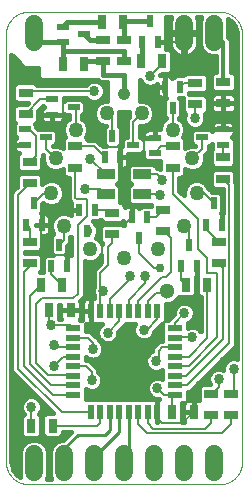
<source format=gtl>
G75*
%MOIN*%
%OFA0B0*%
%FSLAX25Y25*%
%IPPOS*%
%LPD*%
%AMOC8*
5,1,8,0,0,1.08239X$1,22.5*
%
%ADD10C,0.00000*%
%ADD11C,0.04961*%
%ADD12R,0.05000X0.02200*%
%ADD13R,0.02200X0.05000*%
%ADD14C,0.06000*%
%ADD15R,0.01969X0.03937*%
%ADD16R,0.03150X0.04724*%
%ADD17R,0.04724X0.03150*%
%ADD18R,0.03937X0.01969*%
%ADD19R,0.05906X0.03543*%
%ADD20C,0.05118*%
%ADD21C,0.04156*%
%ADD22C,0.01600*%
%ADD23C,0.00800*%
%ADD24C,0.03369*%
%ADD25C,0.01200*%
%ADD26C,0.01000*%
%ADD27C,0.02975*%
D10*
X0001800Y0009513D02*
X0001800Y0151994D01*
X0001802Y0152175D01*
X0001809Y0152356D01*
X0001820Y0152537D01*
X0001835Y0152718D01*
X0001855Y0152898D01*
X0001879Y0153078D01*
X0001907Y0153257D01*
X0001940Y0153435D01*
X0001977Y0153612D01*
X0002018Y0153789D01*
X0002063Y0153964D01*
X0002113Y0154139D01*
X0002167Y0154312D01*
X0002225Y0154483D01*
X0002287Y0154654D01*
X0002354Y0154822D01*
X0002424Y0154989D01*
X0002498Y0155155D01*
X0002577Y0155318D01*
X0002659Y0155479D01*
X0002745Y0155639D01*
X0002835Y0155796D01*
X0002929Y0155951D01*
X0003026Y0156104D01*
X0003128Y0156254D01*
X0003232Y0156402D01*
X0003341Y0156548D01*
X0003452Y0156690D01*
X0003568Y0156830D01*
X0003686Y0156967D01*
X0003808Y0157102D01*
X0003933Y0157233D01*
X0004061Y0157361D01*
X0004192Y0157486D01*
X0004327Y0157608D01*
X0004464Y0157726D01*
X0004604Y0157842D01*
X0004746Y0157953D01*
X0004892Y0158062D01*
X0005040Y0158166D01*
X0005190Y0158268D01*
X0005343Y0158365D01*
X0005498Y0158459D01*
X0005655Y0158549D01*
X0005815Y0158635D01*
X0005976Y0158717D01*
X0006139Y0158796D01*
X0006305Y0158870D01*
X0006472Y0158940D01*
X0006640Y0159007D01*
X0006811Y0159069D01*
X0006982Y0159127D01*
X0007155Y0159181D01*
X0007330Y0159231D01*
X0007505Y0159276D01*
X0007682Y0159317D01*
X0007859Y0159354D01*
X0008037Y0159387D01*
X0008216Y0159415D01*
X0008396Y0159439D01*
X0008576Y0159459D01*
X0008757Y0159474D01*
X0008938Y0159485D01*
X0009119Y0159492D01*
X0009300Y0159494D01*
X0073040Y0159494D01*
X0073221Y0159492D01*
X0073402Y0159485D01*
X0073583Y0159474D01*
X0073764Y0159459D01*
X0073944Y0159439D01*
X0074124Y0159415D01*
X0074303Y0159387D01*
X0074481Y0159354D01*
X0074658Y0159317D01*
X0074835Y0159276D01*
X0075010Y0159231D01*
X0075185Y0159181D01*
X0075358Y0159127D01*
X0075529Y0159069D01*
X0075700Y0159007D01*
X0075868Y0158940D01*
X0076035Y0158870D01*
X0076201Y0158796D01*
X0076364Y0158717D01*
X0076525Y0158635D01*
X0076685Y0158549D01*
X0076842Y0158459D01*
X0076997Y0158365D01*
X0077150Y0158268D01*
X0077300Y0158166D01*
X0077448Y0158062D01*
X0077594Y0157953D01*
X0077736Y0157842D01*
X0077876Y0157726D01*
X0078013Y0157608D01*
X0078148Y0157486D01*
X0078279Y0157361D01*
X0078407Y0157233D01*
X0078532Y0157102D01*
X0078654Y0156967D01*
X0078772Y0156830D01*
X0078888Y0156690D01*
X0078999Y0156548D01*
X0079108Y0156402D01*
X0079212Y0156254D01*
X0079314Y0156104D01*
X0079411Y0155951D01*
X0079505Y0155796D01*
X0079595Y0155639D01*
X0079681Y0155479D01*
X0079763Y0155318D01*
X0079842Y0155155D01*
X0079916Y0154989D01*
X0079986Y0154822D01*
X0080053Y0154654D01*
X0080115Y0154483D01*
X0080173Y0154312D01*
X0080227Y0154139D01*
X0080277Y0153964D01*
X0080322Y0153789D01*
X0080363Y0153612D01*
X0080400Y0153435D01*
X0080433Y0153257D01*
X0080461Y0153078D01*
X0080485Y0152898D01*
X0080505Y0152718D01*
X0080520Y0152537D01*
X0080531Y0152356D01*
X0080538Y0152175D01*
X0080540Y0151994D01*
X0080540Y0009513D01*
X0080538Y0009332D01*
X0080531Y0009151D01*
X0080520Y0008970D01*
X0080505Y0008789D01*
X0080485Y0008609D01*
X0080461Y0008429D01*
X0080433Y0008250D01*
X0080400Y0008072D01*
X0080363Y0007895D01*
X0080322Y0007718D01*
X0080277Y0007543D01*
X0080227Y0007368D01*
X0080173Y0007195D01*
X0080115Y0007024D01*
X0080053Y0006853D01*
X0079986Y0006685D01*
X0079916Y0006518D01*
X0079842Y0006352D01*
X0079763Y0006189D01*
X0079681Y0006028D01*
X0079595Y0005868D01*
X0079505Y0005711D01*
X0079411Y0005556D01*
X0079314Y0005403D01*
X0079212Y0005253D01*
X0079108Y0005105D01*
X0078999Y0004959D01*
X0078888Y0004817D01*
X0078772Y0004677D01*
X0078654Y0004540D01*
X0078532Y0004405D01*
X0078407Y0004274D01*
X0078279Y0004146D01*
X0078148Y0004021D01*
X0078013Y0003899D01*
X0077876Y0003781D01*
X0077736Y0003665D01*
X0077594Y0003554D01*
X0077448Y0003445D01*
X0077300Y0003341D01*
X0077150Y0003239D01*
X0076997Y0003142D01*
X0076842Y0003048D01*
X0076685Y0002958D01*
X0076525Y0002872D01*
X0076364Y0002790D01*
X0076201Y0002711D01*
X0076035Y0002637D01*
X0075868Y0002567D01*
X0075700Y0002500D01*
X0075529Y0002438D01*
X0075358Y0002380D01*
X0075185Y0002326D01*
X0075010Y0002276D01*
X0074835Y0002231D01*
X0074658Y0002190D01*
X0074481Y0002153D01*
X0074303Y0002120D01*
X0074124Y0002092D01*
X0073944Y0002068D01*
X0073764Y0002048D01*
X0073583Y0002033D01*
X0073402Y0002022D01*
X0073221Y0002015D01*
X0073040Y0002013D01*
X0009300Y0002013D01*
X0009119Y0002015D01*
X0008938Y0002022D01*
X0008757Y0002033D01*
X0008576Y0002048D01*
X0008396Y0002068D01*
X0008216Y0002092D01*
X0008037Y0002120D01*
X0007859Y0002153D01*
X0007682Y0002190D01*
X0007505Y0002231D01*
X0007330Y0002276D01*
X0007155Y0002326D01*
X0006982Y0002380D01*
X0006811Y0002438D01*
X0006640Y0002500D01*
X0006472Y0002567D01*
X0006305Y0002637D01*
X0006139Y0002711D01*
X0005976Y0002790D01*
X0005815Y0002872D01*
X0005655Y0002958D01*
X0005498Y0003048D01*
X0005343Y0003142D01*
X0005190Y0003239D01*
X0005040Y0003341D01*
X0004892Y0003445D01*
X0004746Y0003554D01*
X0004604Y0003665D01*
X0004464Y0003781D01*
X0004327Y0003899D01*
X0004192Y0004021D01*
X0004061Y0004146D01*
X0003933Y0004274D01*
X0003808Y0004405D01*
X0003686Y0004540D01*
X0003568Y0004677D01*
X0003452Y0004817D01*
X0003341Y0004959D01*
X0003232Y0005105D01*
X0003128Y0005253D01*
X0003026Y0005403D01*
X0002929Y0005556D01*
X0002835Y0005711D01*
X0002745Y0005868D01*
X0002659Y0006028D01*
X0002577Y0006189D01*
X0002498Y0006352D01*
X0002424Y0006518D01*
X0002354Y0006685D01*
X0002287Y0006853D01*
X0002225Y0007024D01*
X0002167Y0007195D01*
X0002113Y0007368D01*
X0002063Y0007543D01*
X0002018Y0007718D01*
X0001977Y0007895D01*
X0001940Y0008072D01*
X0001907Y0008250D01*
X0001879Y0008429D01*
X0001855Y0008609D01*
X0001835Y0008789D01*
X0001820Y0008970D01*
X0001809Y0009151D01*
X0001802Y0009332D01*
X0001800Y0009513D01*
D11*
X0029845Y0080360D03*
X0021114Y0088095D03*
X0016978Y0099001D03*
X0018384Y0110580D03*
X0025010Y0120180D03*
X0035338Y0125600D03*
X0047002Y0125600D03*
X0057330Y0120180D03*
X0063956Y0110580D03*
X0065362Y0099001D03*
X0061226Y0088095D03*
X0052495Y0080360D03*
X0041170Y0077569D03*
D12*
X0024270Y0053907D03*
X0024270Y0050757D03*
X0024270Y0047608D03*
X0024270Y0044458D03*
X0024270Y0041309D03*
X0024270Y0038159D03*
X0024270Y0035009D03*
X0024270Y0031860D03*
X0058070Y0031860D03*
X0058070Y0035009D03*
X0058070Y0038159D03*
X0058070Y0041309D03*
X0058070Y0044458D03*
X0058070Y0047608D03*
X0058070Y0050757D03*
X0058070Y0053907D03*
D13*
X0052194Y0059783D03*
X0049044Y0059783D03*
X0045894Y0059783D03*
X0042745Y0059783D03*
X0039595Y0059783D03*
X0036446Y0059783D03*
X0033296Y0059783D03*
X0030146Y0059783D03*
X0030146Y0025983D03*
X0033296Y0025983D03*
X0036446Y0025983D03*
X0039595Y0025983D03*
X0042745Y0025983D03*
X0045894Y0025983D03*
X0049044Y0025983D03*
X0052194Y0025983D03*
D14*
X0051170Y0012100D02*
X0051170Y0006100D01*
X0041170Y0006100D02*
X0041170Y0012100D01*
X0031170Y0012100D02*
X0031170Y0006100D01*
X0021170Y0006100D02*
X0021170Y0012100D01*
X0011170Y0012100D02*
X0011170Y0006100D01*
X0061170Y0006100D02*
X0061170Y0012100D01*
X0071170Y0012100D02*
X0071170Y0006100D01*
X0071170Y0149407D02*
X0071170Y0155407D01*
X0061170Y0155407D02*
X0061170Y0149407D01*
X0011170Y0149407D02*
X0011170Y0155407D01*
D15*
X0034741Y0110970D03*
X0037300Y0118057D03*
X0039859Y0110970D03*
X0031359Y0093557D03*
X0028800Y0086470D03*
X0026241Y0093557D03*
X0019517Y0081860D03*
X0022076Y0074773D03*
X0016957Y0074773D03*
X0013733Y0088553D03*
X0011174Y0095639D03*
X0008615Y0088553D03*
X0043741Y0091057D03*
X0046300Y0083970D03*
X0048859Y0091057D03*
X0060265Y0074773D03*
X0062824Y0081860D03*
X0065383Y0074773D03*
X0068607Y0088553D03*
X0071166Y0095639D03*
X0073725Y0088553D03*
X0057355Y0127470D03*
X0054796Y0134557D03*
X0059914Y0134557D03*
X0052359Y0149470D03*
X0049800Y0156557D03*
X0047241Y0149470D03*
D16*
X0046757Y0143013D03*
X0053843Y0143013D03*
X0040843Y0156013D03*
X0033757Y0156013D03*
X0027843Y0142013D03*
X0020757Y0142013D03*
X0020627Y0068521D03*
X0023343Y0060013D03*
X0016257Y0060013D03*
X0013540Y0068521D03*
X0010257Y0021513D03*
X0017343Y0021513D03*
X0057257Y0026013D03*
X0064343Y0026013D03*
X0061780Y0068506D03*
X0068867Y0068506D03*
D17*
X0072666Y0075773D03*
X0072666Y0082860D03*
X0074166Y0103832D03*
X0074166Y0110919D03*
X0074300Y0128970D03*
X0074300Y0136057D03*
X0064942Y0135801D03*
X0064942Y0128714D03*
X0057418Y0114643D03*
X0057418Y0107557D03*
X0054300Y0093557D03*
X0054300Y0086470D03*
X0037300Y0085470D03*
X0037300Y0092557D03*
X0024922Y0107557D03*
X0024922Y0114643D03*
X0034300Y0142970D03*
X0034300Y0150057D03*
X0041300Y0150057D03*
X0041300Y0142970D03*
X0009674Y0109419D03*
X0009674Y0102332D03*
X0009674Y0082860D03*
X0009674Y0075773D03*
X0008442Y0125466D03*
X0008442Y0132553D03*
X0070300Y0032057D03*
X0070300Y0024970D03*
X0076800Y0024970D03*
X0076800Y0032057D03*
D18*
X0051343Y0112454D03*
X0051343Y0117572D03*
X0044257Y0115013D03*
X0027843Y0152013D03*
X0020757Y0149454D03*
X0020757Y0154572D03*
X0017257Y0130257D03*
X0017257Y0125139D03*
X0015186Y0117687D03*
X0008099Y0120246D03*
X0008099Y0115128D03*
X0024343Y0127698D03*
X0067154Y0117687D03*
X0074241Y0120246D03*
X0074241Y0115128D03*
D19*
X0047272Y0105285D03*
X0047272Y0098592D03*
X0035068Y0098592D03*
X0035068Y0105285D03*
D20*
X0055500Y0066413D03*
D21*
X0041300Y0132013D03*
D22*
X0004221Y0006926D02*
X0005269Y0005483D01*
X0006644Y0004484D01*
X0006370Y0005145D01*
X0006370Y0013055D01*
X0007101Y0014819D01*
X0008451Y0016169D01*
X0010215Y0016900D01*
X0012125Y0016900D01*
X0013889Y0016169D01*
X0015239Y0014819D01*
X0015970Y0013055D01*
X0015970Y0005145D01*
X0015418Y0003813D01*
X0016922Y0003813D01*
X0016370Y0005145D01*
X0016370Y0013055D01*
X0017101Y0014819D01*
X0018451Y0016169D01*
X0020215Y0016900D01*
X0020934Y0016900D01*
X0023347Y0019313D01*
X0020718Y0019313D01*
X0020718Y0018406D01*
X0019664Y0017351D01*
X0015023Y0017351D01*
X0013969Y0018406D01*
X0013969Y0024621D01*
X0015023Y0025676D01*
X0017527Y0025676D01*
X0003600Y0039602D01*
X0003600Y0099370D01*
X0004889Y0100658D01*
X0005512Y0101281D01*
X0005512Y0104653D01*
X0006566Y0105707D01*
X0012782Y0105707D01*
X0013836Y0104653D01*
X0013836Y0101913D01*
X0014553Y0102630D01*
X0016127Y0103281D01*
X0017829Y0103281D01*
X0019403Y0102630D01*
X0020607Y0101426D01*
X0021258Y0099853D01*
X0021258Y0098150D01*
X0020607Y0096577D01*
X0019403Y0095373D01*
X0017829Y0094721D01*
X0016127Y0094721D01*
X0014553Y0095373D01*
X0014286Y0095640D01*
X0013958Y0095312D01*
X0013958Y0092925D01*
X0013354Y0092321D01*
X0013733Y0092321D01*
X0013733Y0088553D01*
X0013733Y0088553D01*
X0013733Y0092321D01*
X0014954Y0092321D01*
X0015412Y0092199D01*
X0015823Y0091962D01*
X0016158Y0091626D01*
X0016395Y0091216D01*
X0016517Y0090758D01*
X0016517Y0088553D01*
X0013733Y0088553D01*
X0011726Y0088553D01*
X0011726Y0088553D01*
X0013733Y0088553D01*
X0013733Y0088553D01*
X0013733Y0088553D01*
X0016517Y0088553D01*
X0016517Y0086347D01*
X0016395Y0085889D01*
X0016158Y0085479D01*
X0015823Y0085144D01*
X0015412Y0084907D01*
X0014954Y0084784D01*
X0013836Y0084784D01*
X0013836Y0080539D01*
X0012782Y0079485D01*
X0008000Y0079485D01*
X0008000Y0079148D01*
X0012782Y0079148D01*
X0013836Y0078094D01*
X0013836Y0073453D01*
X0013067Y0072683D01*
X0014173Y0072683D01*
X0014173Y0077487D01*
X0015228Y0078542D01*
X0017336Y0078542D01*
X0016732Y0079146D01*
X0016732Y0084574D01*
X0017657Y0085499D01*
X0017485Y0085670D01*
X0016834Y0087243D01*
X0016834Y0088946D01*
X0017485Y0090519D01*
X0018690Y0091724D01*
X0020263Y0092375D01*
X0021966Y0092375D01*
X0023457Y0091758D01*
X0023457Y0093557D01*
X0026241Y0093557D01*
X0026241Y0093557D01*
X0023457Y0093557D01*
X0023457Y0095762D01*
X0023479Y0095845D01*
X0022722Y0096602D01*
X0022722Y0104182D01*
X0021814Y0104182D01*
X0020760Y0105236D01*
X0020760Y0106932D01*
X0019235Y0106300D01*
X0017532Y0106300D01*
X0015959Y0106952D01*
X0014755Y0108156D01*
X0014104Y0109729D01*
X0014104Y0111432D01*
X0014197Y0111656D01*
X0014000Y0111853D01*
X0014000Y0110634D01*
X0013836Y0110470D01*
X0013836Y0107098D01*
X0012782Y0106044D01*
X0006566Y0106044D01*
X0005512Y0107098D01*
X0005512Y0111739D01*
X0006116Y0112343D01*
X0005894Y0112343D01*
X0005436Y0112466D01*
X0005025Y0112703D01*
X0004690Y0113038D01*
X0004453Y0113449D01*
X0004331Y0113906D01*
X0004331Y0115127D01*
X0008099Y0115127D01*
X0008099Y0115128D01*
X0004331Y0115128D01*
X0004331Y0116349D01*
X0004453Y0116807D01*
X0004690Y0117217D01*
X0005025Y0117552D01*
X0005196Y0117651D01*
X0004331Y0118516D01*
X0004331Y0121976D01*
X0004890Y0122535D01*
X0004280Y0123146D01*
X0004280Y0127787D01*
X0005334Y0128841D01*
X0008705Y0128841D01*
X0009042Y0129178D01*
X0005334Y0129178D01*
X0004280Y0130232D01*
X0004280Y0134873D01*
X0005334Y0135928D01*
X0011550Y0135928D01*
X0012264Y0135213D01*
X0028573Y0135213D01*
X0029326Y0135967D01*
X0030607Y0136498D01*
X0031993Y0136498D01*
X0033274Y0135967D01*
X0034254Y0134987D01*
X0034784Y0133706D01*
X0034784Y0132320D01*
X0034254Y0131040D01*
X0033274Y0130060D01*
X0031993Y0129529D01*
X0030607Y0129529D01*
X0029326Y0130060D01*
X0028573Y0130813D01*
X0021025Y0130813D01*
X0021025Y0129879D01*
X0021629Y0130483D01*
X0027057Y0130483D01*
X0028112Y0129428D01*
X0028112Y0125969D01*
X0027210Y0125067D01*
X0027210Y0123901D01*
X0027434Y0123808D01*
X0028639Y0122604D01*
X0029290Y0121031D01*
X0029290Y0119328D01*
X0028639Y0117755D01*
X0028466Y0117582D01*
X0029084Y0116964D01*
X0029084Y0116843D01*
X0031979Y0116843D01*
X0034084Y0114739D01*
X0035120Y0114739D01*
X0034516Y0115343D01*
X0034516Y0120771D01*
X0035065Y0121320D01*
X0034487Y0121320D01*
X0032914Y0121972D01*
X0031710Y0123176D01*
X0031058Y0124749D01*
X0031058Y0126452D01*
X0031710Y0128025D01*
X0032914Y0129229D01*
X0034487Y0129881D01*
X0035500Y0129881D01*
X0035500Y0135913D01*
X0033783Y0135913D01*
X0032827Y0136309D01*
X0032423Y0136713D01*
X0013554Y0136713D01*
X0012500Y0137768D01*
X0012500Y0140813D01*
X0007889Y0140813D01*
X0004389Y0144313D01*
X0003600Y0145102D01*
X0003600Y0009513D01*
X0003670Y0008622D01*
X0004221Y0006926D01*
X0004306Y0006809D02*
X0006370Y0006809D01*
X0006370Y0008407D02*
X0003740Y0008407D01*
X0003600Y0010006D02*
X0006370Y0010006D01*
X0006370Y0011604D02*
X0003600Y0011604D01*
X0003600Y0013203D02*
X0006431Y0013203D01*
X0007094Y0014801D02*
X0003600Y0014801D01*
X0003600Y0016400D02*
X0009008Y0016400D01*
X0007936Y0017351D02*
X0012577Y0017351D01*
X0013631Y0018406D01*
X0013631Y0024621D01*
X0012833Y0025419D01*
X0013254Y0025840D01*
X0013784Y0027120D01*
X0013784Y0028506D01*
X0013254Y0029787D01*
X0012274Y0030767D01*
X0010993Y0031298D01*
X0009607Y0031298D01*
X0008326Y0030767D01*
X0007346Y0029787D01*
X0006816Y0028506D01*
X0006816Y0027120D01*
X0007346Y0025840D01*
X0007723Y0025463D01*
X0006882Y0024621D01*
X0006882Y0018406D01*
X0007936Y0017351D01*
X0007289Y0017998D02*
X0003600Y0017998D01*
X0003600Y0019597D02*
X0006882Y0019597D01*
X0006882Y0021196D02*
X0003600Y0021196D01*
X0003600Y0022794D02*
X0006882Y0022794D01*
X0006882Y0024393D02*
X0003600Y0024393D01*
X0003600Y0025991D02*
X0007283Y0025991D01*
X0006816Y0027590D02*
X0003600Y0027590D01*
X0003600Y0029188D02*
X0007098Y0029188D01*
X0008373Y0030787D02*
X0003600Y0030787D01*
X0003600Y0032385D02*
X0010817Y0032385D01*
X0012227Y0030787D02*
X0012416Y0030787D01*
X0013502Y0029188D02*
X0014014Y0029188D01*
X0013784Y0027590D02*
X0015613Y0027590D01*
X0017211Y0025991D02*
X0013316Y0025991D01*
X0013631Y0024393D02*
X0013969Y0024393D01*
X0013969Y0022794D02*
X0013631Y0022794D01*
X0013631Y0021196D02*
X0013969Y0021196D01*
X0013969Y0019597D02*
X0013631Y0019597D01*
X0013224Y0017998D02*
X0014376Y0017998D01*
X0013332Y0016400D02*
X0019008Y0016400D01*
X0020311Y0017998D02*
X0022032Y0017998D01*
X0017094Y0014801D02*
X0015247Y0014801D01*
X0015909Y0013203D02*
X0016431Y0013203D01*
X0016370Y0011604D02*
X0015970Y0011604D01*
X0015970Y0010006D02*
X0016370Y0010006D01*
X0016370Y0008407D02*
X0015970Y0008407D01*
X0015970Y0006809D02*
X0016370Y0006809D01*
X0016370Y0005210D02*
X0015970Y0005210D01*
X0006370Y0005210D02*
X0005645Y0005210D01*
X0003600Y0033984D02*
X0009218Y0033984D01*
X0007620Y0035582D02*
X0003600Y0035582D01*
X0003600Y0037181D02*
X0006021Y0037181D01*
X0004423Y0038779D02*
X0003600Y0038779D01*
X0003600Y0040378D02*
X0003600Y0040378D01*
X0003600Y0041976D02*
X0003600Y0041976D01*
X0003600Y0043575D02*
X0003600Y0043575D01*
X0003600Y0045173D02*
X0003600Y0045173D01*
X0003600Y0046772D02*
X0003600Y0046772D01*
X0003600Y0048370D02*
X0003600Y0048370D01*
X0003600Y0049969D02*
X0003600Y0049969D01*
X0003600Y0051567D02*
X0003600Y0051567D01*
X0003600Y0053166D02*
X0003600Y0053166D01*
X0003600Y0054764D02*
X0003600Y0054764D01*
X0003600Y0056363D02*
X0003600Y0056363D01*
X0003600Y0057961D02*
X0003600Y0057961D01*
X0003600Y0059560D02*
X0003600Y0059560D01*
X0003600Y0061158D02*
X0003600Y0061158D01*
X0003600Y0062757D02*
X0003600Y0062757D01*
X0003600Y0064355D02*
X0003600Y0064355D01*
X0003600Y0065954D02*
X0003600Y0065954D01*
X0003600Y0067552D02*
X0003600Y0067552D01*
X0003600Y0069151D02*
X0003600Y0069151D01*
X0003600Y0070749D02*
X0003600Y0070749D01*
X0003600Y0072348D02*
X0003600Y0072348D01*
X0003600Y0073946D02*
X0003600Y0073946D01*
X0003600Y0075545D02*
X0003600Y0075545D01*
X0003600Y0077143D02*
X0003600Y0077143D01*
X0003600Y0078742D02*
X0003600Y0078742D01*
X0003600Y0080340D02*
X0003600Y0080340D01*
X0003600Y0081939D02*
X0003600Y0081939D01*
X0003600Y0083537D02*
X0003600Y0083537D01*
X0003600Y0085136D02*
X0003600Y0085136D01*
X0003600Y0086734D02*
X0003600Y0086734D01*
X0003600Y0088333D02*
X0003600Y0088333D01*
X0003600Y0089932D02*
X0003600Y0089932D01*
X0003600Y0091530D02*
X0003600Y0091530D01*
X0003600Y0093129D02*
X0003600Y0093129D01*
X0003600Y0094727D02*
X0003600Y0094727D01*
X0003600Y0096326D02*
X0003600Y0096326D01*
X0003600Y0097924D02*
X0003600Y0097924D01*
X0003600Y0099523D02*
X0003753Y0099523D01*
X0003600Y0101121D02*
X0005352Y0101121D01*
X0005512Y0102720D02*
X0003600Y0102720D01*
X0003600Y0104318D02*
X0005512Y0104318D01*
X0003600Y0105917D02*
X0020760Y0105917D01*
X0021678Y0104318D02*
X0013836Y0104318D01*
X0013836Y0102720D02*
X0014770Y0102720D01*
X0015396Y0107515D02*
X0013836Y0107515D01*
X0013836Y0109114D02*
X0014358Y0109114D01*
X0014104Y0110712D02*
X0014000Y0110712D01*
X0017386Y0114800D02*
X0017386Y0114902D01*
X0017900Y0114902D01*
X0018954Y0115957D01*
X0018954Y0119416D01*
X0017900Y0120471D01*
X0012472Y0120471D01*
X0012463Y0120462D01*
X0011868Y0121057D01*
X0011868Y0121976D01*
X0011651Y0122193D01*
X0012604Y0123146D01*
X0012604Y0126517D01*
X0014051Y0127964D01*
X0014353Y0127662D01*
X0014183Y0127564D01*
X0013848Y0127229D01*
X0013611Y0126818D01*
X0013488Y0126361D01*
X0013488Y0125139D01*
X0013488Y0123918D01*
X0013611Y0123460D01*
X0013848Y0123050D01*
X0014183Y0122715D01*
X0014593Y0122478D01*
X0015051Y0122355D01*
X0017257Y0122355D01*
X0019462Y0122355D01*
X0019920Y0122478D01*
X0020330Y0122715D01*
X0020666Y0123050D01*
X0020903Y0123460D01*
X0021025Y0123918D01*
X0021025Y0125139D01*
X0017257Y0125139D01*
X0017257Y0125139D01*
X0017257Y0122355D01*
X0017257Y0125139D01*
X0017257Y0125139D01*
X0021025Y0125139D01*
X0021025Y0125518D01*
X0021629Y0124914D01*
X0022810Y0124914D01*
X0022810Y0123901D01*
X0022585Y0123808D01*
X0021381Y0122604D01*
X0020730Y0121031D01*
X0020730Y0119328D01*
X0021381Y0117755D01*
X0021466Y0117670D01*
X0020760Y0116964D01*
X0020760Y0114229D01*
X0019235Y0114861D01*
X0017532Y0114861D01*
X0017386Y0114800D01*
X0018505Y0115508D02*
X0020760Y0115508D01*
X0020902Y0117106D02*
X0018954Y0117106D01*
X0018954Y0118705D02*
X0020988Y0118705D01*
X0020730Y0120303D02*
X0018068Y0120303D01*
X0017257Y0123500D02*
X0017257Y0123500D01*
X0017257Y0125099D02*
X0017257Y0125099D01*
X0017257Y0125139D02*
X0013488Y0125139D01*
X0017257Y0125139D01*
X0017257Y0125139D01*
X0013488Y0125099D02*
X0012604Y0125099D01*
X0012604Y0123500D02*
X0013600Y0123500D01*
X0011868Y0121902D02*
X0021090Y0121902D01*
X0020913Y0123500D02*
X0022277Y0123500D01*
X0021445Y0125099D02*
X0021025Y0125099D01*
X0021025Y0129894D02*
X0021041Y0129894D01*
X0027242Y0125099D02*
X0031058Y0125099D01*
X0031160Y0126697D02*
X0028112Y0126697D01*
X0028112Y0128296D02*
X0031980Y0128296D01*
X0032875Y0129894D02*
X0035500Y0129894D01*
X0035500Y0131493D02*
X0034441Y0131493D01*
X0034784Y0133091D02*
X0035500Y0133091D01*
X0035500Y0134690D02*
X0034377Y0134690D01*
X0032878Y0136288D02*
X0032498Y0136288D01*
X0034300Y0138513D02*
X0041300Y0138513D01*
X0041300Y0132013D01*
X0042722Y0126213D02*
X0039618Y0126213D01*
X0039618Y0124749D01*
X0039500Y0124463D01*
X0039500Y0121355D01*
X0040084Y0120771D01*
X0040084Y0115343D01*
X0039480Y0114739D01*
X0039859Y0114739D01*
X0039859Y0110970D01*
X0039859Y0110970D01*
X0039859Y0107202D01*
X0041080Y0107202D01*
X0041538Y0107324D01*
X0041949Y0107561D01*
X0042284Y0107896D01*
X0042521Y0108307D01*
X0042643Y0108765D01*
X0042643Y0110970D01*
X0039859Y0110970D01*
X0039859Y0107202D01*
X0039820Y0107202D01*
X0039820Y0102768D01*
X0038991Y0101939D01*
X0039820Y0101109D01*
X0039820Y0096075D01*
X0039677Y0095931D01*
X0040408Y0095931D01*
X0041462Y0094877D01*
X0041462Y0094276D01*
X0041651Y0094466D01*
X0042062Y0094703D01*
X0042520Y0094825D01*
X0043741Y0094825D01*
X0043741Y0091057D01*
X0043741Y0091057D01*
X0043741Y0094825D01*
X0044962Y0094825D01*
X0045420Y0094703D01*
X0045830Y0094466D01*
X0046166Y0094130D01*
X0046264Y0093960D01*
X0047129Y0094825D01*
X0050138Y0094825D01*
X0050138Y0095020D01*
X0043574Y0095020D01*
X0042520Y0096075D01*
X0042520Y0101109D01*
X0043349Y0101939D01*
X0042520Y0102768D01*
X0042520Y0107802D01*
X0043574Y0108857D01*
X0050971Y0108857D01*
X0052025Y0107802D01*
X0052025Y0107485D01*
X0052940Y0107485D01*
X0053256Y0107169D01*
X0053256Y0109670D01*
X0048629Y0109670D01*
X0047575Y0110724D01*
X0047575Y0112833D01*
X0046971Y0112229D01*
X0042643Y0112229D01*
X0042643Y0110970D01*
X0039859Y0110970D01*
X0039859Y0110970D01*
X0039859Y0110970D01*
X0039859Y0114739D01*
X0040488Y0114739D01*
X0040488Y0116743D01*
X0041543Y0117798D01*
X0042057Y0117798D01*
X0042057Y0123766D01*
X0042815Y0124524D01*
X0042722Y0124749D01*
X0042722Y0126213D01*
X0042722Y0125099D02*
X0039618Y0125099D01*
X0039500Y0123500D02*
X0042057Y0123500D01*
X0042057Y0121902D02*
X0039500Y0121902D01*
X0040084Y0120303D02*
X0042057Y0120303D01*
X0042057Y0118705D02*
X0040084Y0118705D01*
X0040084Y0117106D02*
X0040851Y0117106D01*
X0040488Y0115508D02*
X0040084Y0115508D01*
X0039859Y0113909D02*
X0039859Y0113909D01*
X0039859Y0112311D02*
X0039859Y0112311D01*
X0039859Y0110712D02*
X0039859Y0110712D01*
X0039859Y0109114D02*
X0039859Y0109114D01*
X0039859Y0107515D02*
X0039859Y0107515D01*
X0039820Y0105917D02*
X0042520Y0105917D01*
X0042520Y0107515D02*
X0041869Y0107515D01*
X0042643Y0109114D02*
X0053256Y0109114D01*
X0053256Y0107515D02*
X0052025Y0107515D01*
X0047587Y0110712D02*
X0042643Y0110712D01*
X0042520Y0104318D02*
X0039820Y0104318D01*
X0039772Y0102720D02*
X0042568Y0102720D01*
X0042531Y0101121D02*
X0039809Y0101121D01*
X0039820Y0099523D02*
X0042520Y0099523D01*
X0042520Y0097924D02*
X0039820Y0097924D01*
X0039820Y0096326D02*
X0042520Y0096326D01*
X0042153Y0094727D02*
X0041462Y0094727D01*
X0043741Y0094727D02*
X0043741Y0094727D01*
X0043741Y0093129D02*
X0043741Y0093129D01*
X0043741Y0091530D02*
X0043741Y0091530D01*
X0045328Y0094727D02*
X0047031Y0094727D01*
X0040957Y0089731D02*
X0040957Y0088851D01*
X0041079Y0088393D01*
X0041126Y0088313D01*
X0040939Y0088313D01*
X0040408Y0088845D01*
X0034192Y0088845D01*
X0033138Y0087790D01*
X0033138Y0083150D01*
X0033981Y0082306D01*
X0033763Y0082087D01*
X0033474Y0082785D01*
X0032269Y0083989D01*
X0031703Y0084224D01*
X0032087Y0084608D01*
X0032587Y0085816D01*
X0032587Y0087124D01*
X0032087Y0088332D01*
X0031584Y0088835D01*
X0031584Y0089184D01*
X0030980Y0089788D01*
X0033089Y0089788D01*
X0033337Y0090037D01*
X0034192Y0089182D01*
X0040408Y0089182D01*
X0040957Y0089731D01*
X0040920Y0088333D02*
X0041114Y0088333D01*
X0033680Y0088333D02*
X0032086Y0088333D01*
X0032587Y0086734D02*
X0033138Y0086734D01*
X0033138Y0085136D02*
X0032306Y0085136D01*
X0032721Y0083537D02*
X0033138Y0083537D01*
X0033600Y0078241D02*
X0033600Y0075925D01*
X0032389Y0074713D01*
X0031100Y0073425D01*
X0031100Y0067893D01*
X0030816Y0067206D01*
X0030816Y0065820D01*
X0031096Y0065144D01*
X0031096Y0064083D01*
X0030147Y0064083D01*
X0030147Y0059784D01*
X0030146Y0059784D01*
X0030146Y0064083D01*
X0028809Y0064083D01*
X0028352Y0063961D01*
X0027941Y0063724D01*
X0027606Y0063389D01*
X0027369Y0062978D01*
X0027246Y0062520D01*
X0027246Y0059784D01*
X0030146Y0059784D01*
X0030146Y0059783D01*
X0030147Y0059783D01*
X0030147Y0055483D01*
X0033866Y0055483D01*
X0033826Y0055467D01*
X0032846Y0054487D01*
X0032316Y0053206D01*
X0032316Y0051820D01*
X0032846Y0050540D01*
X0033826Y0049560D01*
X0035107Y0049029D01*
X0036493Y0049029D01*
X0037774Y0049560D01*
X0038754Y0050540D01*
X0039284Y0051820D01*
X0039284Y0052886D01*
X0041795Y0055397D01*
X0041795Y0055483D01*
X0044845Y0055483D01*
X0044316Y0054206D01*
X0044316Y0052820D01*
X0044846Y0051540D01*
X0045826Y0050560D01*
X0047107Y0050029D01*
X0048493Y0050029D01*
X0049774Y0050560D01*
X0050754Y0051540D01*
X0051284Y0052820D01*
X0051284Y0052886D01*
X0053770Y0055372D01*
X0053770Y0049808D01*
X0052983Y0049808D01*
X0051889Y0048713D01*
X0050600Y0047425D01*
X0050600Y0046288D01*
X0049826Y0045967D01*
X0048846Y0044987D01*
X0048316Y0043706D01*
X0048316Y0042320D01*
X0048846Y0041040D01*
X0049826Y0040060D01*
X0051107Y0039529D01*
X0052493Y0039529D01*
X0053770Y0040058D01*
X0053770Y0037176D01*
X0052993Y0037498D01*
X0051607Y0037498D01*
X0050326Y0036967D01*
X0049346Y0035987D01*
X0048816Y0034706D01*
X0048816Y0033320D01*
X0049346Y0032040D01*
X0050326Y0031060D01*
X0051607Y0030529D01*
X0052673Y0030529D01*
X0052919Y0030283D01*
X0052194Y0030283D01*
X0052194Y0025984D01*
X0052194Y0025984D01*
X0052194Y0030283D01*
X0028570Y0030283D01*
X0028570Y0033600D01*
X0029707Y0033129D01*
X0031093Y0033129D01*
X0032374Y0033660D01*
X0033354Y0034640D01*
X0033884Y0035920D01*
X0033884Y0037306D01*
X0033354Y0038587D01*
X0032600Y0039341D01*
X0032600Y0040325D01*
X0031311Y0041613D01*
X0029416Y0043509D01*
X0028570Y0043509D01*
X0028570Y0044316D01*
X0028826Y0044060D01*
X0030107Y0043529D01*
X0031493Y0043529D01*
X0032774Y0044060D01*
X0033754Y0045040D01*
X0034284Y0046320D01*
X0034284Y0047706D01*
X0033754Y0048987D01*
X0033000Y0049741D01*
X0033000Y0049925D01*
X0029967Y0052957D01*
X0028570Y0052957D01*
X0028570Y0055548D01*
X0028809Y0055483D01*
X0030146Y0055483D01*
X0030146Y0059783D01*
X0027246Y0059783D01*
X0027246Y0057046D01*
X0027311Y0056807D01*
X0026509Y0056807D01*
X0026595Y0056956D01*
X0026718Y0057414D01*
X0026718Y0060013D01*
X0023343Y0060013D01*
X0019969Y0060013D01*
X0019969Y0057414D01*
X0020022Y0057213D01*
X0019631Y0057213D01*
X0019631Y0061813D01*
X0019969Y0061813D01*
X0019968Y0060013D01*
X0023343Y0060013D01*
X0023343Y0060013D01*
X0023343Y0060013D01*
X0026718Y0060013D01*
X0026718Y0062613D01*
X0026595Y0063070D01*
X0026549Y0063151D01*
X0026711Y0063313D01*
X0028000Y0064602D01*
X0028000Y0076491D01*
X0028993Y0076080D01*
X0030696Y0076080D01*
X0032269Y0076732D01*
X0033474Y0077936D01*
X0033600Y0078241D01*
X0033600Y0077143D02*
X0032681Y0077143D01*
X0033220Y0075545D02*
X0028000Y0075545D01*
X0028000Y0073946D02*
X0031622Y0073946D01*
X0031100Y0072348D02*
X0028000Y0072348D01*
X0028000Y0070749D02*
X0031100Y0070749D01*
X0031100Y0069151D02*
X0028000Y0069151D01*
X0028000Y0067552D02*
X0030959Y0067552D01*
X0030816Y0065954D02*
X0028000Y0065954D01*
X0027753Y0064355D02*
X0031096Y0064355D01*
X0030147Y0062757D02*
X0030146Y0062757D01*
X0030146Y0061158D02*
X0030147Y0061158D01*
X0030146Y0059560D02*
X0030147Y0059560D01*
X0030146Y0057961D02*
X0030147Y0057961D01*
X0030146Y0056363D02*
X0030147Y0056363D01*
X0028570Y0054764D02*
X0033123Y0054764D01*
X0032316Y0053166D02*
X0028570Y0053166D01*
X0031357Y0051567D02*
X0032421Y0051567D01*
X0032956Y0049969D02*
X0033417Y0049969D01*
X0034009Y0048370D02*
X0051546Y0048370D01*
X0050600Y0046772D02*
X0034284Y0046772D01*
X0033809Y0045173D02*
X0049032Y0045173D01*
X0048316Y0043575D02*
X0031603Y0043575D01*
X0030948Y0041976D02*
X0048458Y0041976D01*
X0049508Y0040378D02*
X0032547Y0040378D01*
X0033162Y0038779D02*
X0053770Y0038779D01*
X0053758Y0037181D02*
X0053770Y0037181D01*
X0050842Y0037181D02*
X0033884Y0037181D01*
X0033744Y0035582D02*
X0049178Y0035582D01*
X0048816Y0033984D02*
X0032698Y0033984D01*
X0028570Y0032385D02*
X0049203Y0032385D01*
X0050985Y0030787D02*
X0028570Y0030787D01*
X0028570Y0043575D02*
X0029997Y0043575D01*
X0027246Y0057961D02*
X0026718Y0057961D01*
X0026718Y0059560D02*
X0027246Y0059560D01*
X0027246Y0061158D02*
X0026718Y0061158D01*
X0026679Y0062757D02*
X0027310Y0062757D01*
X0019969Y0061158D02*
X0019631Y0061158D01*
X0019631Y0059560D02*
X0019969Y0059560D01*
X0019969Y0057961D02*
X0019631Y0057961D01*
X0014173Y0073946D02*
X0013836Y0073946D01*
X0013836Y0075545D02*
X0014173Y0075545D01*
X0014173Y0077143D02*
X0013836Y0077143D01*
X0013188Y0078742D02*
X0017136Y0078742D01*
X0016732Y0080340D02*
X0013637Y0080340D01*
X0013836Y0081939D02*
X0016732Y0081939D01*
X0016732Y0083537D02*
X0013836Y0083537D01*
X0015809Y0085136D02*
X0017294Y0085136D01*
X0017045Y0086734D02*
X0016517Y0086734D01*
X0016517Y0088333D02*
X0016834Y0088333D01*
X0016517Y0089932D02*
X0017242Y0089932D01*
X0016213Y0091530D02*
X0018496Y0091530D01*
X0017844Y0094727D02*
X0023457Y0094727D01*
X0023457Y0093129D02*
X0013958Y0093129D01*
X0013958Y0094727D02*
X0016112Y0094727D01*
X0013733Y0091530D02*
X0013733Y0091530D01*
X0013733Y0089932D02*
X0013733Y0089932D01*
X0020356Y0096326D02*
X0022999Y0096326D01*
X0022722Y0097924D02*
X0021165Y0097924D01*
X0021258Y0099523D02*
X0022722Y0099523D01*
X0022722Y0101121D02*
X0020733Y0101121D01*
X0019186Y0102720D02*
X0022722Y0102720D01*
X0028942Y0117106D02*
X0034516Y0117106D01*
X0034516Y0115508D02*
X0033315Y0115508D01*
X0034516Y0118705D02*
X0029032Y0118705D01*
X0029290Y0120303D02*
X0034516Y0120303D01*
X0033083Y0121902D02*
X0028929Y0121902D01*
X0027742Y0123500D02*
X0031575Y0123500D01*
X0029725Y0129894D02*
X0027646Y0129894D01*
X0030102Y0136288D02*
X0003600Y0136288D01*
X0003600Y0134690D02*
X0004280Y0134690D01*
X0004280Y0133091D02*
X0003600Y0133091D01*
X0003600Y0131493D02*
X0004280Y0131493D01*
X0004618Y0129894D02*
X0003600Y0129894D01*
X0003600Y0128296D02*
X0004789Y0128296D01*
X0004280Y0126697D02*
X0003600Y0126697D01*
X0003600Y0125099D02*
X0004280Y0125099D01*
X0004280Y0123500D02*
X0003600Y0123500D01*
X0003600Y0121902D02*
X0004331Y0121902D01*
X0004331Y0120303D02*
X0003600Y0120303D01*
X0003600Y0118705D02*
X0004331Y0118705D01*
X0004626Y0117106D02*
X0003600Y0117106D01*
X0003600Y0115508D02*
X0004331Y0115508D01*
X0004331Y0113909D02*
X0003600Y0113909D01*
X0003600Y0112311D02*
X0006083Y0112311D01*
X0005512Y0110712D02*
X0003600Y0110712D01*
X0003600Y0109114D02*
X0005512Y0109114D01*
X0005512Y0107515D02*
X0003600Y0107515D01*
X0012784Y0126697D02*
X0013578Y0126697D01*
X0012500Y0137887D02*
X0003600Y0137887D01*
X0003600Y0139485D02*
X0012500Y0139485D01*
X0007618Y0141084D02*
X0003600Y0141084D01*
X0003600Y0142682D02*
X0006020Y0142682D01*
X0004421Y0144281D02*
X0003600Y0144281D01*
X0011170Y0150635D02*
X0012351Y0149454D01*
X0020757Y0149454D01*
X0020757Y0146513D01*
X0041300Y0146513D01*
X0041300Y0142970D01*
X0041300Y0150057D02*
X0041300Y0155557D01*
X0040843Y0156013D01*
X0041387Y0156557D01*
X0049800Y0156557D01*
X0047241Y0149470D02*
X0047241Y0143498D01*
X0046757Y0143013D01*
X0046600Y0136634D02*
X0046846Y0136040D01*
X0047826Y0135060D01*
X0049107Y0134529D01*
X0050493Y0134529D01*
X0051774Y0135060D01*
X0052012Y0135298D01*
X0052012Y0134557D01*
X0054796Y0134557D01*
X0054796Y0138325D01*
X0053575Y0138325D01*
X0053284Y0138247D01*
X0053284Y0138386D01*
X0053749Y0138851D01*
X0056164Y0138851D01*
X0057218Y0139906D01*
X0057218Y0146121D01*
X0056164Y0147176D01*
X0055119Y0147176D01*
X0055143Y0147265D01*
X0055143Y0149470D01*
X0052359Y0149470D01*
X0052359Y0149470D01*
X0055143Y0149470D01*
X0055143Y0151676D01*
X0055021Y0152133D01*
X0055000Y0152168D01*
X0055100Y0152268D01*
X0055100Y0157694D01*
X0056948Y0157694D01*
X0056722Y0157250D01*
X0056488Y0156531D01*
X0056370Y0155785D01*
X0056370Y0152607D01*
X0060970Y0152607D01*
X0060970Y0152207D01*
X0061370Y0152207D01*
X0061370Y0144607D01*
X0061548Y0144607D01*
X0062294Y0144725D01*
X0063013Y0144959D01*
X0063686Y0145302D01*
X0064297Y0145746D01*
X0064831Y0146280D01*
X0065275Y0146891D01*
X0065618Y0147565D01*
X0065852Y0148283D01*
X0065970Y0149029D01*
X0065970Y0152207D01*
X0061370Y0152207D01*
X0061370Y0152607D01*
X0065970Y0152607D01*
X0065970Y0155785D01*
X0065852Y0156531D01*
X0065618Y0157250D01*
X0065392Y0157694D01*
X0066922Y0157694D01*
X0066370Y0156362D01*
X0066370Y0148452D01*
X0067101Y0146688D01*
X0068451Y0145338D01*
X0070215Y0144607D01*
X0071900Y0144607D01*
X0071900Y0139431D01*
X0071192Y0139431D01*
X0070138Y0138377D01*
X0070138Y0133736D01*
X0071192Y0132682D01*
X0077408Y0132682D01*
X0078462Y0133736D01*
X0078462Y0138377D01*
X0077408Y0139431D01*
X0076700Y0139431D01*
X0076700Y0149755D01*
X0076335Y0150637D01*
X0075970Y0151001D01*
X0075970Y0156362D01*
X0075696Y0157023D01*
X0077071Y0156024D01*
X0078119Y0154581D01*
X0078670Y0152885D01*
X0078740Y0151994D01*
X0078740Y0043895D01*
X0078493Y0043998D01*
X0077107Y0043998D01*
X0075826Y0043467D01*
X0074846Y0042487D01*
X0074316Y0041206D01*
X0074316Y0040157D01*
X0073493Y0040498D01*
X0072107Y0040498D01*
X0070826Y0039967D01*
X0069846Y0038987D01*
X0069316Y0037706D01*
X0069316Y0036320D01*
X0069684Y0035431D01*
X0067192Y0035431D01*
X0066138Y0034377D01*
X0066138Y0030176D01*
X0064343Y0030176D01*
X0062532Y0030176D01*
X0062370Y0030132D01*
X0062370Y0032809D01*
X0063207Y0032809D01*
X0064496Y0034098D01*
X0078500Y0048102D01*
X0078500Y0102610D01*
X0078328Y0102781D01*
X0078328Y0106153D01*
X0077274Y0107207D01*
X0071058Y0107207D01*
X0070004Y0106153D01*
X0070004Y0101512D01*
X0071058Y0100457D01*
X0074100Y0100457D01*
X0074100Y0092321D01*
X0073725Y0092321D01*
X0073346Y0092321D01*
X0073950Y0092925D01*
X0073950Y0098353D01*
X0072896Y0099408D01*
X0070509Y0099408D01*
X0070004Y0099912D01*
X0069344Y0100572D01*
X0068991Y0101426D01*
X0067787Y0102630D01*
X0066214Y0103281D01*
X0064511Y0103281D01*
X0062938Y0102630D01*
X0061734Y0101426D01*
X0061082Y0099853D01*
X0061082Y0098343D01*
X0059618Y0099807D01*
X0059618Y0104182D01*
X0060526Y0104182D01*
X0061580Y0105236D01*
X0061580Y0106932D01*
X0063105Y0106300D01*
X0064808Y0106300D01*
X0066381Y0106952D01*
X0067585Y0108156D01*
X0068237Y0109729D01*
X0068237Y0111432D01*
X0068144Y0111656D01*
X0069354Y0112867D01*
X0069354Y0114902D01*
X0069868Y0114902D01*
X0070472Y0115506D01*
X0070472Y0113708D01*
X0070004Y0113239D01*
X0070004Y0108598D01*
X0071058Y0107544D01*
X0077274Y0107544D01*
X0078328Y0108598D01*
X0078328Y0113239D01*
X0078009Y0113558D01*
X0078009Y0116857D01*
X0077144Y0117723D01*
X0077315Y0117821D01*
X0077650Y0118156D01*
X0077887Y0118567D01*
X0078009Y0119024D01*
X0078009Y0120246D01*
X0078009Y0121467D01*
X0077887Y0121925D01*
X0077650Y0122335D01*
X0077315Y0122670D01*
X0076904Y0122907D01*
X0076446Y0123030D01*
X0074241Y0123030D01*
X0074241Y0120246D01*
X0074241Y0120246D01*
X0074241Y0123030D01*
X0072035Y0123030D01*
X0071578Y0122907D01*
X0071167Y0122670D01*
X0070832Y0122335D01*
X0070595Y0121925D01*
X0070472Y0121467D01*
X0070472Y0120246D01*
X0074241Y0120246D01*
X0078009Y0120246D01*
X0074241Y0120246D01*
X0074241Y0120246D01*
X0074241Y0120246D01*
X0070472Y0120246D01*
X0070472Y0119867D01*
X0069868Y0120471D01*
X0064440Y0120471D01*
X0063386Y0119416D01*
X0063386Y0115957D01*
X0064440Y0114902D01*
X0064954Y0114902D01*
X0064954Y0114800D01*
X0064808Y0114861D01*
X0063105Y0114861D01*
X0061580Y0114229D01*
X0061580Y0116964D01*
X0060874Y0117670D01*
X0060959Y0117755D01*
X0061611Y0119328D01*
X0061611Y0121031D01*
X0060959Y0122604D01*
X0059755Y0123808D01*
X0059555Y0123891D01*
X0059555Y0124172D01*
X0060139Y0124756D01*
X0060139Y0130184D01*
X0059535Y0130788D01*
X0060780Y0130788D01*
X0060780Y0126394D01*
X0061653Y0125520D01*
X0061316Y0124706D01*
X0061316Y0123320D01*
X0061846Y0122040D01*
X0062826Y0121060D01*
X0064107Y0120529D01*
X0065493Y0120529D01*
X0066774Y0121060D01*
X0067754Y0122040D01*
X0068284Y0123320D01*
X0068284Y0124706D01*
X0068022Y0125339D01*
X0068050Y0125339D01*
X0069104Y0126394D01*
X0069104Y0131035D01*
X0068050Y0132089D01*
X0062698Y0132089D01*
X0062698Y0132426D01*
X0068050Y0132426D01*
X0069104Y0133480D01*
X0069104Y0138121D01*
X0068050Y0139176D01*
X0061834Y0139176D01*
X0060984Y0138325D01*
X0058184Y0138325D01*
X0057319Y0137460D01*
X0057221Y0137630D01*
X0056886Y0137966D01*
X0056475Y0138203D01*
X0056017Y0138325D01*
X0054796Y0138325D01*
X0054796Y0134557D01*
X0054796Y0134557D01*
X0054796Y0134557D01*
X0052012Y0134557D01*
X0052012Y0132351D01*
X0052134Y0131893D01*
X0052371Y0131483D01*
X0052707Y0131148D01*
X0053117Y0130911D01*
X0053575Y0130788D01*
X0054796Y0130788D01*
X0054796Y0134557D01*
X0054796Y0134557D01*
X0054796Y0130788D01*
X0055175Y0130788D01*
X0054571Y0130184D01*
X0054571Y0124756D01*
X0055155Y0124172D01*
X0055155Y0123912D01*
X0054906Y0123808D01*
X0053702Y0122604D01*
X0053050Y0121031D01*
X0053050Y0120357D01*
X0051343Y0120357D01*
X0049138Y0120357D01*
X0048680Y0120234D01*
X0048270Y0119997D01*
X0047934Y0119662D01*
X0047697Y0119251D01*
X0047575Y0118794D01*
X0047575Y0117572D01*
X0047575Y0117194D01*
X0046971Y0117798D01*
X0046457Y0117798D01*
X0046457Y0121320D01*
X0047853Y0121320D01*
X0049427Y0121972D01*
X0050631Y0123176D01*
X0051282Y0124749D01*
X0051282Y0126452D01*
X0050631Y0128025D01*
X0049427Y0129229D01*
X0047853Y0129881D01*
X0046600Y0129881D01*
X0046600Y0136634D01*
X0046600Y0136288D02*
X0046743Y0136288D01*
X0046600Y0134690D02*
X0048719Y0134690D01*
X0046600Y0133091D02*
X0052012Y0133091D01*
X0052012Y0134690D02*
X0050881Y0134690D01*
X0052366Y0131493D02*
X0046600Y0131493D01*
X0046600Y0129894D02*
X0054571Y0129894D01*
X0054571Y0128296D02*
X0050360Y0128296D01*
X0051181Y0126697D02*
X0054571Y0126697D01*
X0054571Y0125099D02*
X0051282Y0125099D01*
X0050765Y0123500D02*
X0054598Y0123500D01*
X0053411Y0121902D02*
X0049258Y0121902D01*
X0048938Y0120303D02*
X0046457Y0120303D01*
X0046457Y0118705D02*
X0047575Y0118705D01*
X0047575Y0117572D02*
X0051343Y0117572D01*
X0047575Y0117572D01*
X0047575Y0112311D02*
X0047052Y0112311D01*
X0051343Y0117572D02*
X0051343Y0117572D01*
X0051343Y0117573D02*
X0051343Y0120357D01*
X0051343Y0117573D01*
X0051343Y0117573D01*
X0051343Y0118705D02*
X0051343Y0118705D01*
X0051343Y0120303D02*
X0051343Y0120303D01*
X0054796Y0131493D02*
X0054796Y0131493D01*
X0054796Y0133091D02*
X0054796Y0133091D01*
X0054796Y0134690D02*
X0054796Y0134690D01*
X0054796Y0136288D02*
X0054796Y0136288D01*
X0054796Y0137887D02*
X0054796Y0137887D01*
X0056964Y0137887D02*
X0057746Y0137887D01*
X0056798Y0139485D02*
X0071900Y0139485D01*
X0071900Y0141084D02*
X0057218Y0141084D01*
X0057218Y0142682D02*
X0071900Y0142682D01*
X0071900Y0144281D02*
X0057218Y0144281D01*
X0057218Y0145879D02*
X0057910Y0145879D01*
X0058043Y0145746D02*
X0057509Y0146280D01*
X0057065Y0146891D01*
X0056722Y0147565D01*
X0056488Y0148283D01*
X0056370Y0149029D01*
X0056370Y0152207D01*
X0060970Y0152207D01*
X0060970Y0144607D01*
X0060792Y0144607D01*
X0060046Y0144725D01*
X0059328Y0144959D01*
X0058654Y0145302D01*
X0058043Y0145746D01*
X0056766Y0147478D02*
X0055143Y0147478D01*
X0055143Y0149076D02*
X0056370Y0149076D01*
X0056370Y0150675D02*
X0055143Y0150675D01*
X0055100Y0152273D02*
X0060970Y0152273D01*
X0061370Y0152273D02*
X0066370Y0152273D01*
X0066370Y0150675D02*
X0065970Y0150675D01*
X0065970Y0149076D02*
X0066370Y0149076D01*
X0066774Y0147478D02*
X0065574Y0147478D01*
X0064431Y0145879D02*
X0067910Y0145879D01*
X0069104Y0137887D02*
X0070138Y0137887D01*
X0070138Y0136288D02*
X0069104Y0136288D01*
X0069104Y0134690D02*
X0070138Y0134690D01*
X0070783Y0133091D02*
X0068715Y0133091D01*
X0068646Y0131493D02*
X0070407Y0131493D01*
X0070497Y0131650D02*
X0070260Y0131240D01*
X0070138Y0130782D01*
X0070138Y0128970D01*
X0070138Y0127158D01*
X0070260Y0126700D01*
X0070497Y0126290D01*
X0070833Y0125955D01*
X0071243Y0125718D01*
X0071701Y0125595D01*
X0074300Y0125595D01*
X0074300Y0128970D01*
X0074300Y0125595D01*
X0076899Y0125595D01*
X0077357Y0125718D01*
X0077767Y0125955D01*
X0078103Y0126290D01*
X0078340Y0126700D01*
X0078462Y0127158D01*
X0078462Y0128970D01*
X0074300Y0128970D01*
X0074300Y0128970D01*
X0074300Y0128970D01*
X0070138Y0128970D01*
X0074300Y0128970D01*
X0074300Y0128970D01*
X0078462Y0128970D01*
X0078462Y0130782D01*
X0078340Y0131240D01*
X0078103Y0131650D01*
X0077767Y0131985D01*
X0077357Y0132222D01*
X0076899Y0132345D01*
X0074300Y0132345D01*
X0074300Y0128970D01*
X0074300Y0128970D01*
X0074300Y0132345D01*
X0071701Y0132345D01*
X0071243Y0132222D01*
X0070833Y0131985D01*
X0070497Y0131650D01*
X0070138Y0129894D02*
X0069104Y0129894D01*
X0069104Y0128296D02*
X0070138Y0128296D01*
X0070262Y0126697D02*
X0069104Y0126697D01*
X0068122Y0125099D02*
X0078740Y0125099D01*
X0078740Y0126697D02*
X0078338Y0126697D01*
X0078462Y0128296D02*
X0078740Y0128296D01*
X0078740Y0129894D02*
X0078462Y0129894D01*
X0078193Y0131493D02*
X0078740Y0131493D01*
X0078740Y0133091D02*
X0077817Y0133091D01*
X0078462Y0134690D02*
X0078740Y0134690D01*
X0078740Y0136288D02*
X0078462Y0136288D01*
X0078462Y0137887D02*
X0078740Y0137887D01*
X0078740Y0139485D02*
X0076700Y0139485D01*
X0076700Y0141084D02*
X0078740Y0141084D01*
X0078740Y0142682D02*
X0076700Y0142682D01*
X0076700Y0144281D02*
X0078740Y0144281D01*
X0078740Y0145879D02*
X0076700Y0145879D01*
X0076700Y0147478D02*
X0078740Y0147478D01*
X0078740Y0149076D02*
X0076700Y0149076D01*
X0076296Y0150675D02*
X0078740Y0150675D01*
X0078718Y0152273D02*
X0075970Y0152273D01*
X0075970Y0153872D02*
X0078349Y0153872D01*
X0077473Y0155470D02*
X0075970Y0155470D01*
X0066663Y0157069D02*
X0065677Y0157069D01*
X0065970Y0155470D02*
X0066370Y0155470D01*
X0066370Y0153872D02*
X0065970Y0153872D01*
X0061370Y0150675D02*
X0060970Y0150675D01*
X0060970Y0149076D02*
X0061370Y0149076D01*
X0061370Y0147478D02*
X0060970Y0147478D01*
X0060970Y0145879D02*
X0061370Y0145879D01*
X0056370Y0153872D02*
X0055100Y0153872D01*
X0055100Y0155470D02*
X0056370Y0155470D01*
X0056663Y0157069D02*
X0055100Y0157069D01*
X0060139Y0129894D02*
X0060780Y0129894D01*
X0060780Y0128296D02*
X0060139Y0128296D01*
X0060139Y0126697D02*
X0060780Y0126697D01*
X0060139Y0125099D02*
X0061478Y0125099D01*
X0061316Y0123500D02*
X0060063Y0123500D01*
X0061250Y0121902D02*
X0061984Y0121902D01*
X0061611Y0120303D02*
X0064273Y0120303D01*
X0063386Y0118705D02*
X0061352Y0118705D01*
X0061438Y0117106D02*
X0063386Y0117106D01*
X0063835Y0115508D02*
X0061580Y0115508D01*
X0061580Y0105917D02*
X0070004Y0105917D01*
X0070004Y0104318D02*
X0060662Y0104318D01*
X0059618Y0102720D02*
X0063154Y0102720D01*
X0061607Y0101121D02*
X0059618Y0101121D01*
X0059902Y0099523D02*
X0061082Y0099523D01*
X0066944Y0107515D02*
X0078740Y0107515D01*
X0078740Y0105917D02*
X0078328Y0105917D01*
X0078328Y0104318D02*
X0078740Y0104318D01*
X0078740Y0102720D02*
X0078390Y0102720D01*
X0078500Y0101121D02*
X0078740Y0101121D01*
X0078740Y0099523D02*
X0078500Y0099523D01*
X0078500Y0097924D02*
X0078740Y0097924D01*
X0078740Y0096326D02*
X0078500Y0096326D01*
X0078500Y0094727D02*
X0078740Y0094727D01*
X0078740Y0093129D02*
X0078500Y0093129D01*
X0078500Y0091530D02*
X0078740Y0091530D01*
X0078740Y0089932D02*
X0078500Y0089932D01*
X0078500Y0088333D02*
X0078740Y0088333D01*
X0078740Y0086734D02*
X0078500Y0086734D01*
X0078500Y0085136D02*
X0078740Y0085136D01*
X0078740Y0083537D02*
X0078500Y0083537D01*
X0078500Y0081939D02*
X0078740Y0081939D01*
X0078740Y0080340D02*
X0078500Y0080340D01*
X0078500Y0078742D02*
X0078740Y0078742D01*
X0078740Y0077143D02*
X0078500Y0077143D01*
X0078500Y0075545D02*
X0078740Y0075545D01*
X0078740Y0073946D02*
X0078500Y0073946D01*
X0078500Y0072348D02*
X0078740Y0072348D01*
X0078740Y0070749D02*
X0078500Y0070749D01*
X0078500Y0069151D02*
X0078740Y0069151D01*
X0078740Y0067552D02*
X0078500Y0067552D01*
X0078500Y0065954D02*
X0078740Y0065954D01*
X0078740Y0064355D02*
X0078500Y0064355D01*
X0078500Y0062757D02*
X0078740Y0062757D01*
X0078740Y0061158D02*
X0078500Y0061158D01*
X0078500Y0059560D02*
X0078740Y0059560D01*
X0078740Y0057961D02*
X0078500Y0057961D01*
X0078500Y0056363D02*
X0078740Y0056363D01*
X0078740Y0054764D02*
X0078500Y0054764D01*
X0078500Y0053166D02*
X0078740Y0053166D01*
X0078740Y0051567D02*
X0078500Y0051567D01*
X0078500Y0049969D02*
X0078740Y0049969D01*
X0078740Y0048370D02*
X0078500Y0048370D01*
X0078740Y0046772D02*
X0077170Y0046772D01*
X0078740Y0045173D02*
X0075571Y0045173D01*
X0076086Y0043575D02*
X0073973Y0043575D01*
X0074635Y0041976D02*
X0072374Y0041976D01*
X0071817Y0040378D02*
X0070776Y0040378D01*
X0069760Y0038779D02*
X0069177Y0038779D01*
X0069316Y0037181D02*
X0067579Y0037181D01*
X0065980Y0035582D02*
X0069622Y0035582D01*
X0066138Y0033984D02*
X0064381Y0033984D01*
X0066138Y0032385D02*
X0062370Y0032385D01*
X0062370Y0030787D02*
X0066138Y0030787D01*
X0064343Y0030176D02*
X0064343Y0026014D01*
X0064343Y0030176D01*
X0064343Y0029188D02*
X0064343Y0029188D01*
X0064343Y0027590D02*
X0064343Y0027590D01*
X0064343Y0026014D02*
X0064343Y0026014D01*
X0064343Y0026013D02*
X0064343Y0026013D01*
X0060969Y0026013D01*
X0060969Y0023414D01*
X0061091Y0022956D01*
X0061231Y0022713D01*
X0060439Y0022713D01*
X0060631Y0022906D01*
X0060631Y0028960D01*
X0061062Y0028960D01*
X0060969Y0028613D01*
X0060968Y0026013D01*
X0064343Y0026013D01*
X0060969Y0025991D02*
X0060631Y0025991D01*
X0060631Y0024393D02*
X0060969Y0024393D01*
X0061185Y0022794D02*
X0060520Y0022794D01*
X0060631Y0027590D02*
X0060969Y0027590D01*
X0052194Y0027590D02*
X0052194Y0027590D01*
X0052194Y0029188D02*
X0052194Y0029188D01*
X0052194Y0025991D02*
X0052194Y0025991D01*
X0052194Y0025983D02*
X0052194Y0022713D01*
X0052194Y0022713D01*
X0052194Y0025983D01*
X0052194Y0025983D01*
X0052194Y0024393D02*
X0052194Y0024393D01*
X0052194Y0022794D02*
X0052194Y0022794D01*
X0053770Y0049969D02*
X0038183Y0049969D01*
X0039179Y0051567D02*
X0044835Y0051567D01*
X0044316Y0053166D02*
X0039564Y0053166D01*
X0041162Y0054764D02*
X0044547Y0054764D01*
X0050765Y0051567D02*
X0053770Y0051567D01*
X0053770Y0053166D02*
X0051564Y0053166D01*
X0053162Y0054764D02*
X0053770Y0054764D01*
X0055094Y0056807D02*
X0055094Y0062054D01*
X0056367Y0062054D01*
X0057969Y0062718D01*
X0059195Y0063944D01*
X0059390Y0064413D01*
X0059460Y0064343D01*
X0064101Y0064343D01*
X0065155Y0065398D01*
X0065155Y0071005D01*
X0065383Y0071005D01*
X0065492Y0071005D01*
X0065492Y0065398D01*
X0066547Y0064343D01*
X0066667Y0064343D01*
X0066667Y0053074D01*
X0065774Y0053967D01*
X0064493Y0054498D01*
X0063107Y0054498D01*
X0062370Y0054192D01*
X0062370Y0055685D01*
X0063274Y0056060D01*
X0064254Y0057040D01*
X0064784Y0058320D01*
X0064784Y0059706D01*
X0064254Y0060987D01*
X0063274Y0061967D01*
X0061993Y0062498D01*
X0060607Y0062498D01*
X0059326Y0061967D01*
X0058346Y0060987D01*
X0057816Y0059706D01*
X0057816Y0058640D01*
X0055982Y0056807D01*
X0055094Y0056807D01*
X0055094Y0057961D02*
X0057137Y0057961D01*
X0057816Y0059560D02*
X0055094Y0059560D01*
X0055094Y0061158D02*
X0058517Y0061158D01*
X0058008Y0062757D02*
X0066667Y0062757D01*
X0066667Y0061158D02*
X0064083Y0061158D01*
X0064784Y0059560D02*
X0066667Y0059560D01*
X0066667Y0057961D02*
X0064636Y0057961D01*
X0063577Y0056363D02*
X0066667Y0056363D01*
X0066667Y0054764D02*
X0062370Y0054764D01*
X0066575Y0053166D02*
X0066667Y0053166D01*
X0066535Y0064355D02*
X0064113Y0064355D01*
X0065155Y0065954D02*
X0065492Y0065954D01*
X0065492Y0067552D02*
X0065155Y0067552D01*
X0065155Y0069151D02*
X0065492Y0069151D01*
X0065492Y0070749D02*
X0065155Y0070749D01*
X0065383Y0071005D02*
X0065383Y0074773D01*
X0065383Y0071005D01*
X0065383Y0072348D02*
X0065383Y0072348D01*
X0065383Y0073946D02*
X0065383Y0073946D01*
X0065383Y0074773D02*
X0065383Y0074773D01*
X0059448Y0064355D02*
X0059366Y0064355D01*
X0073725Y0088553D02*
X0073725Y0092321D01*
X0073725Y0088553D01*
X0073725Y0088553D01*
X0073725Y0089932D02*
X0073725Y0089932D01*
X0073725Y0091530D02*
X0073725Y0091530D01*
X0073950Y0093129D02*
X0074100Y0093129D01*
X0074100Y0094727D02*
X0073950Y0094727D01*
X0073950Y0096326D02*
X0074100Y0096326D01*
X0074100Y0097924D02*
X0073950Y0097924D01*
X0074100Y0099523D02*
X0070394Y0099523D01*
X0070395Y0101121D02*
X0069117Y0101121D01*
X0070004Y0102720D02*
X0067570Y0102720D01*
X0067982Y0109114D02*
X0070004Y0109114D01*
X0070004Y0110712D02*
X0068237Y0110712D01*
X0068798Y0112311D02*
X0070004Y0112311D01*
X0070472Y0113909D02*
X0069354Y0113909D01*
X0070036Y0120303D02*
X0070472Y0120303D01*
X0070589Y0121902D02*
X0067616Y0121902D01*
X0068284Y0123500D02*
X0078740Y0123500D01*
X0078740Y0121902D02*
X0077893Y0121902D01*
X0078009Y0120303D02*
X0078740Y0120303D01*
X0078740Y0118705D02*
X0077924Y0118705D01*
X0077761Y0117106D02*
X0078740Y0117106D01*
X0078740Y0115508D02*
X0078009Y0115508D01*
X0078009Y0113909D02*
X0078740Y0113909D01*
X0078740Y0112311D02*
X0078328Y0112311D01*
X0078328Y0110712D02*
X0078740Y0110712D01*
X0078740Y0109114D02*
X0078328Y0109114D01*
X0074241Y0120303D02*
X0074241Y0120303D01*
X0074241Y0121902D02*
X0074241Y0121902D01*
X0074300Y0126697D02*
X0074300Y0126697D01*
X0074300Y0128296D02*
X0074300Y0128296D01*
X0074300Y0129894D02*
X0074300Y0129894D01*
X0074300Y0131493D02*
X0074300Y0131493D01*
X0034300Y0138513D02*
X0034300Y0142970D01*
X0028800Y0142970D01*
X0027843Y0142013D01*
X0029800Y0150057D02*
X0034300Y0150057D01*
X0033757Y0156013D02*
X0022198Y0156013D01*
X0020757Y0154572D01*
X0020757Y0146513D02*
X0020757Y0142013D01*
X0029800Y0150057D02*
X0027843Y0152013D01*
X0011170Y0152407D02*
X0011170Y0150635D01*
X0033232Y0089932D02*
X0033443Y0089932D01*
X0023600Y0084527D02*
X0023600Y0078460D01*
X0023297Y0078542D01*
X0022076Y0078542D01*
X0022076Y0074773D01*
X0022076Y0074773D01*
X0022076Y0078542D01*
X0021697Y0078542D01*
X0022301Y0079146D01*
X0022301Y0081533D01*
X0023314Y0082546D01*
X0023314Y0084373D01*
X0023539Y0084466D01*
X0023600Y0084527D01*
X0023600Y0083537D02*
X0023314Y0083537D01*
X0023600Y0081939D02*
X0022707Y0081939D01*
X0022301Y0080340D02*
X0023600Y0080340D01*
X0023600Y0078742D02*
X0021897Y0078742D01*
X0022076Y0077143D02*
X0022076Y0077143D01*
X0022076Y0075545D02*
X0022076Y0075545D01*
X0073783Y0040378D02*
X0074316Y0040378D01*
D23*
X0072800Y0037013D02*
X0072800Y0034557D01*
X0070300Y0032057D01*
X0070300Y0024970D02*
X0070300Y0022513D01*
X0068300Y0020513D01*
X0050800Y0020513D01*
X0049044Y0022269D01*
X0049044Y0025983D01*
X0052194Y0025983D02*
X0052194Y0024020D01*
X0053900Y0022313D01*
X0060643Y0022313D01*
X0064343Y0026013D01*
X0062296Y0035009D02*
X0058070Y0035009D01*
X0058070Y0031860D02*
X0057257Y0031046D01*
X0057257Y0026013D01*
X0058070Y0031860D02*
X0054454Y0031860D01*
X0052300Y0034013D01*
X0050800Y0031013D02*
X0042300Y0031013D01*
X0042300Y0039513D01*
X0052800Y0050013D01*
X0052800Y0054513D01*
X0057300Y0059013D01*
X0057300Y0062013D01*
X0058300Y0063013D01*
X0064300Y0063013D01*
X0065300Y0064013D01*
X0065300Y0074691D01*
X0065383Y0074773D01*
X0068800Y0077513D02*
X0065800Y0080513D01*
X0065800Y0090513D01*
X0057418Y0098895D01*
X0057418Y0107557D01*
X0057418Y0114643D02*
X0053532Y0114643D01*
X0051343Y0112454D01*
X0051343Y0117572D02*
X0047800Y0117572D01*
X0047800Y0111013D01*
X0039859Y0111013D01*
X0039859Y0110970D01*
X0039859Y0114513D01*
X0034800Y0114513D01*
X0029800Y0119513D01*
X0029800Y0128513D01*
X0028300Y0130013D01*
X0020800Y0130013D01*
X0020800Y0125139D01*
X0017257Y0125139D01*
X0017257Y0130257D02*
X0013233Y0130257D01*
X0008442Y0125466D01*
X0008099Y0120246D02*
X0009568Y0120246D01*
X0011800Y0118013D01*
X0011800Y0111545D01*
X0009674Y0109419D01*
X0009674Y0102332D02*
X0005800Y0098458D01*
X0005800Y0040513D01*
X0020330Y0025983D01*
X0030146Y0025983D01*
X0033296Y0022509D02*
X0032300Y0021513D01*
X0017343Y0021513D01*
X0021300Y0014013D02*
X0021170Y0013883D01*
X0021170Y0009100D01*
X0010257Y0021513D02*
X0010257Y0027970D01*
X0010300Y0027813D01*
X0015800Y0038513D02*
X0023916Y0038513D01*
X0024270Y0038159D01*
X0024270Y0035009D02*
X0016804Y0035009D01*
X0009800Y0042013D01*
X0009800Y0064781D01*
X0013540Y0068521D01*
X0013800Y0064013D02*
X0024300Y0064013D01*
X0025800Y0065513D01*
X0025800Y0088513D01*
X0028800Y0091513D01*
X0028800Y0097013D01*
X0025422Y0097013D01*
X0024922Y0097513D01*
X0024922Y0107557D01*
X0024922Y0114643D02*
X0031068Y0114643D01*
X0034741Y0110970D01*
X0029839Y0110513D02*
X0035068Y0105285D01*
X0033146Y0100513D02*
X0028300Y0100513D01*
X0031359Y0093557D02*
X0036300Y0093557D01*
X0037300Y0092557D01*
X0035068Y0098592D02*
X0033146Y0100513D01*
X0029839Y0110513D02*
X0029800Y0110513D01*
X0025010Y0120180D02*
X0025010Y0127032D01*
X0024343Y0127698D01*
X0031300Y0133013D02*
X0008442Y0133013D01*
X0008442Y0132553D01*
X0015186Y0117687D02*
X0015186Y0113778D01*
X0018384Y0110580D01*
X0016978Y0099001D02*
X0014536Y0099001D01*
X0011174Y0095639D01*
X0013600Y0088553D02*
X0013733Y0088553D01*
X0013600Y0088553D02*
X0013600Y0078313D01*
X0022076Y0078313D01*
X0022076Y0074773D01*
X0016957Y0072191D02*
X0020627Y0068521D01*
X0016957Y0072191D02*
X0016957Y0074773D01*
X0019517Y0081860D02*
X0021114Y0083457D01*
X0021114Y0088095D01*
X0028800Y0086470D02*
X0029300Y0086470D01*
X0032800Y0089013D02*
X0032800Y0083513D01*
X0033800Y0082513D01*
X0033800Y0075513D01*
X0030800Y0072513D01*
X0030800Y0060013D01*
X0030300Y0059513D01*
X0030300Y0059630D01*
X0030146Y0059783D01*
X0030300Y0059513D02*
X0030300Y0053513D01*
X0035300Y0048513D01*
X0035300Y0038013D01*
X0042300Y0031013D01*
X0045894Y0025983D02*
X0045894Y0021919D01*
X0048800Y0019013D01*
X0073800Y0019013D01*
X0076800Y0022013D01*
X0076800Y0024970D01*
X0076800Y0032057D02*
X0077800Y0033057D01*
X0077800Y0040513D01*
X0076300Y0049013D02*
X0062296Y0035009D01*
X0061946Y0038159D02*
X0058070Y0038159D01*
X0058070Y0041309D02*
X0058275Y0041513D01*
X0062800Y0041513D01*
X0072300Y0051013D01*
X0072300Y0072513D01*
X0068800Y0072513D01*
X0068800Y0077513D01*
X0072666Y0075773D02*
X0074300Y0074139D01*
X0074300Y0050513D01*
X0061946Y0038159D01*
X0062800Y0044513D02*
X0058125Y0044513D01*
X0058070Y0044458D01*
X0058070Y0047608D02*
X0053894Y0047608D01*
X0052800Y0046513D01*
X0052800Y0044013D01*
X0051800Y0043013D01*
X0048800Y0053513D02*
X0047800Y0053513D01*
X0048800Y0053513D02*
X0052300Y0057013D01*
X0052300Y0059677D01*
X0052194Y0059783D01*
X0049044Y0059783D02*
X0049044Y0063057D01*
X0051800Y0065813D01*
X0054900Y0065813D01*
X0055500Y0066413D01*
X0055200Y0071013D02*
X0053800Y0071013D01*
X0045894Y0063108D01*
X0045894Y0059783D01*
X0042745Y0059783D02*
X0042745Y0063458D01*
X0048300Y0069013D01*
X0048300Y0071513D01*
X0051300Y0074013D02*
X0046300Y0079013D01*
X0046300Y0083970D01*
X0041698Y0089013D02*
X0043741Y0091057D01*
X0041698Y0089013D02*
X0032800Y0089013D01*
X0037300Y0082513D02*
X0035800Y0081013D01*
X0035800Y0075013D01*
X0033300Y0072513D01*
X0033300Y0067513D01*
X0034300Y0066513D01*
X0033296Y0065509D01*
X0033296Y0059783D01*
X0033300Y0059787D01*
X0036446Y0059783D02*
X0036446Y0063659D01*
X0043300Y0070513D01*
X0043300Y0071513D01*
X0039595Y0059783D02*
X0039595Y0056309D01*
X0035800Y0052513D01*
X0030800Y0049013D02*
X0030800Y0047013D01*
X0030800Y0049013D02*
X0029056Y0050757D01*
X0024270Y0050757D01*
X0024270Y0047608D02*
X0018706Y0047608D01*
X0017800Y0048513D01*
X0020745Y0044458D02*
X0017800Y0041513D01*
X0015800Y0038513D02*
X0011800Y0042513D01*
X0011800Y0062013D01*
X0013800Y0064013D01*
X0016257Y0060013D02*
X0016257Y0055557D01*
X0016800Y0055013D01*
X0023164Y0055013D01*
X0024270Y0053907D01*
X0024270Y0044458D02*
X0020745Y0044458D01*
X0024270Y0041309D02*
X0028505Y0041309D01*
X0030400Y0039413D01*
X0030400Y0036613D01*
X0033296Y0025983D02*
X0033296Y0022509D01*
X0024270Y0031860D02*
X0017454Y0031860D01*
X0007800Y0041513D01*
X0007800Y0072899D01*
X0009674Y0074773D01*
X0009674Y0075773D01*
X0009674Y0082860D02*
X0009674Y0087494D01*
X0008615Y0088553D01*
X0016257Y0060013D02*
X0016300Y0059970D01*
X0037300Y0082513D02*
X0037300Y0085470D01*
X0047272Y0098592D02*
X0053221Y0098592D01*
X0053300Y0098513D01*
X0054300Y0093557D02*
X0051800Y0091057D01*
X0048859Y0091057D01*
X0054300Y0086470D02*
X0054343Y0086470D01*
X0056800Y0084013D01*
X0056800Y0072613D01*
X0055200Y0071013D01*
X0053257Y0074013D02*
X0051300Y0074013D01*
X0060265Y0074773D02*
X0060265Y0070021D01*
X0061780Y0068506D01*
X0061300Y0059013D02*
X0058070Y0055783D01*
X0058070Y0053907D01*
X0058326Y0051013D02*
X0063800Y0051013D01*
X0068867Y0050580D02*
X0062800Y0044513D01*
X0058070Y0050757D02*
X0058326Y0051013D01*
X0050800Y0031013D02*
X0052194Y0029620D01*
X0052194Y0025983D01*
X0068867Y0050580D02*
X0068867Y0068506D01*
X0062824Y0081860D02*
X0062824Y0086497D01*
X0061226Y0088095D01*
X0065362Y0099001D02*
X0067804Y0099001D01*
X0071166Y0095639D01*
X0068607Y0088553D02*
X0068607Y0086919D01*
X0072666Y0082860D01*
X0076300Y0101698D02*
X0074166Y0103832D01*
X0076300Y0101698D02*
X0076300Y0049013D01*
X0053800Y0103513D02*
X0052028Y0105285D01*
X0047272Y0105285D01*
X0044257Y0115013D02*
X0044257Y0122855D01*
X0047002Y0125600D01*
X0049800Y0138013D02*
X0053843Y0142057D01*
X0053843Y0143013D01*
X0052359Y0149470D02*
X0058233Y0149470D01*
X0061170Y0152407D01*
X0061158Y0135801D02*
X0064942Y0135801D01*
X0061158Y0135801D02*
X0059914Y0134557D01*
X0057355Y0127470D02*
X0057355Y0120204D01*
X0057330Y0120180D01*
X0063956Y0110580D02*
X0067154Y0113778D01*
X0067154Y0117687D01*
X0064800Y0124013D02*
X0064800Y0128572D01*
X0064942Y0128714D01*
X0074241Y0115128D02*
X0074241Y0110994D01*
X0074166Y0110919D01*
X0037300Y0118057D02*
X0037300Y0123639D01*
X0035338Y0125600D01*
D24*
X0031300Y0133013D03*
X0029800Y0110513D03*
X0028300Y0100513D03*
X0043300Y0071513D03*
X0048300Y0071513D03*
X0047800Y0053513D03*
X0044300Y0049013D03*
X0051800Y0043013D03*
X0052300Y0034013D03*
X0063800Y0051013D03*
X0061300Y0059013D03*
X0072800Y0037013D03*
X0077800Y0040513D03*
X0053300Y0098513D03*
X0053800Y0103513D03*
X0064800Y0124013D03*
X0049800Y0138013D03*
X0034300Y0066513D03*
X0035800Y0052513D03*
X0030800Y0047013D03*
X0030400Y0036613D03*
X0017800Y0041513D03*
X0017800Y0048513D03*
X0016800Y0055013D03*
X0010300Y0027813D03*
D25*
X0074300Y0136057D02*
X0074300Y0149277D01*
X0071170Y0152407D01*
X0040843Y0156013D02*
X0040843Y0156057D01*
D26*
X0039595Y0025983D02*
X0039595Y0019309D01*
X0031300Y0011013D01*
X0031300Y0009230D01*
X0031170Y0009100D01*
X0034800Y0018513D02*
X0025800Y0018513D01*
X0021300Y0014013D01*
X0034800Y0018513D02*
X0036446Y0020159D01*
X0036446Y0025983D01*
X0042745Y0025983D02*
X0042745Y0012446D01*
X0041170Y0010872D01*
X0041170Y0009100D01*
D27*
X0053257Y0074013D03*
X0029300Y0086470D03*
M02*

</source>
